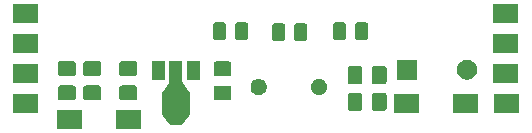
<source format=gbr>
G04 #@! TF.GenerationSoftware,KiCad,Pcbnew,(5.1.5)-3*
G04 #@! TF.CreationDate,2020-03-07T18:51:17-06:00*
G04 #@! TF.ProjectId,LinearRegulator15to5,4c696e65-6172-4526-9567-756c61746f72,rev?*
G04 #@! TF.SameCoordinates,Original*
G04 #@! TF.FileFunction,Soldermask,Top*
G04 #@! TF.FilePolarity,Negative*
%FSLAX46Y46*%
G04 Gerber Fmt 4.6, Leading zero omitted, Abs format (unit mm)*
G04 Created by KiCad (PCBNEW (5.1.5)-3) date 2020-03-07 18:51:17*
%MOMM*%
%LPD*%
G04 APERTURE LIST*
%ADD10C,0.100000*%
G04 APERTURE END LIST*
D10*
G36*
X147910000Y-126658000D02*
G01*
X145808000Y-126658000D01*
X145808000Y-125056000D01*
X147910000Y-125056000D01*
X147910000Y-126658000D01*
G37*
G36*
X142910000Y-126658000D02*
G01*
X140808000Y-126658000D01*
X140808000Y-125056000D01*
X142910000Y-125056000D01*
X142910000Y-126658000D01*
G37*
G36*
X151452400Y-122675778D02*
G01*
X151454802Y-122700164D01*
X151461915Y-122723613D01*
X151474996Y-122747460D01*
X151983422Y-123473783D01*
X151999374Y-123492384D01*
X152018648Y-123507515D01*
X152040504Y-123518595D01*
X152052400Y-123521924D01*
X152052400Y-123532922D01*
X152054802Y-123557308D01*
X152061915Y-123580757D01*
X152074996Y-123604604D01*
X152091282Y-123627869D01*
X152099353Y-123639400D01*
X152112426Y-123658075D01*
X152107953Y-123660466D01*
X152089011Y-123676011D01*
X152073466Y-123694953D01*
X152061915Y-123716564D01*
X152054802Y-123740013D01*
X152052400Y-123764399D01*
X152052400Y-125230601D01*
X152054802Y-125254987D01*
X152061915Y-125278436D01*
X152073466Y-125300047D01*
X152089011Y-125318989D01*
X152107953Y-125334534D01*
X152112850Y-125337151D01*
X152075279Y-125390376D01*
X152063178Y-125411684D01*
X152055467Y-125434943D01*
X152052400Y-125462461D01*
X152052400Y-125473835D01*
X152036643Y-125478615D01*
X152015032Y-125490166D01*
X151996090Y-125505711D01*
X151982358Y-125522014D01*
X151427826Y-126307600D01*
X150374974Y-126307600D01*
X149820442Y-125522014D01*
X149804417Y-125503477D01*
X149785083Y-125488422D01*
X149763184Y-125477428D01*
X149750400Y-125473905D01*
X149750400Y-125462461D01*
X149747998Y-125438075D01*
X149740885Y-125414626D01*
X149727521Y-125390376D01*
X149689950Y-125337151D01*
X149694847Y-125334534D01*
X149713789Y-125318989D01*
X149729334Y-125300047D01*
X149740885Y-125278436D01*
X149747998Y-125254987D01*
X149750400Y-125230601D01*
X149750400Y-123764399D01*
X149747998Y-123740013D01*
X149740885Y-123716564D01*
X149729334Y-123694953D01*
X149713789Y-123676011D01*
X149694847Y-123660466D01*
X149690374Y-123658075D01*
X149727804Y-123604604D01*
X149739821Y-123583249D01*
X149747441Y-123559960D01*
X149750400Y-123532922D01*
X149750400Y-123521956D01*
X149764810Y-123517585D01*
X149786421Y-123506034D01*
X149805363Y-123490489D01*
X149819378Y-123473783D01*
X150327804Y-122747460D01*
X150339821Y-122726105D01*
X150347441Y-122702816D01*
X150350400Y-122675778D01*
X150350400Y-120880100D01*
X151452400Y-120880100D01*
X151452400Y-122675778D01*
G37*
G36*
X176448800Y-125286400D02*
G01*
X174346800Y-125286400D01*
X174346800Y-123684400D01*
X176448800Y-123684400D01*
X176448800Y-125286400D01*
G37*
G36*
X171448800Y-125286400D02*
G01*
X169346800Y-125286400D01*
X169346800Y-123684400D01*
X171448800Y-123684400D01*
X171448800Y-125286400D01*
G37*
G36*
X179907000Y-125261000D02*
G01*
X177805000Y-125261000D01*
X177805000Y-123659000D01*
X179907000Y-123659000D01*
X179907000Y-125261000D01*
G37*
G36*
X139227000Y-125261000D02*
G01*
X137125000Y-125261000D01*
X137125000Y-123659000D01*
X139227000Y-123659000D01*
X139227000Y-125261000D01*
G37*
G36*
X168569874Y-123586465D02*
G01*
X168607567Y-123597899D01*
X168642303Y-123616466D01*
X168672748Y-123641452D01*
X168697734Y-123671897D01*
X168716301Y-123706633D01*
X168727735Y-123744326D01*
X168732200Y-123789661D01*
X168732200Y-124876339D01*
X168727735Y-124921674D01*
X168716301Y-124959367D01*
X168697734Y-124994103D01*
X168672748Y-125024548D01*
X168642303Y-125049534D01*
X168607567Y-125068101D01*
X168569874Y-125079535D01*
X168524539Y-125084000D01*
X167687861Y-125084000D01*
X167642526Y-125079535D01*
X167604833Y-125068101D01*
X167570097Y-125049534D01*
X167539652Y-125024548D01*
X167514666Y-124994103D01*
X167496099Y-124959367D01*
X167484665Y-124921674D01*
X167480200Y-124876339D01*
X167480200Y-123789661D01*
X167484665Y-123744326D01*
X167496099Y-123706633D01*
X167514666Y-123671897D01*
X167539652Y-123641452D01*
X167570097Y-123616466D01*
X167604833Y-123597899D01*
X167642526Y-123586465D01*
X167687861Y-123582000D01*
X168524539Y-123582000D01*
X168569874Y-123586465D01*
G37*
G36*
X166519874Y-123586465D02*
G01*
X166557567Y-123597899D01*
X166592303Y-123616466D01*
X166622748Y-123641452D01*
X166647734Y-123671897D01*
X166666301Y-123706633D01*
X166677735Y-123744326D01*
X166682200Y-123789661D01*
X166682200Y-124876339D01*
X166677735Y-124921674D01*
X166666301Y-124959367D01*
X166647734Y-124994103D01*
X166622748Y-125024548D01*
X166592303Y-125049534D01*
X166557567Y-125068101D01*
X166519874Y-125079535D01*
X166474539Y-125084000D01*
X165637861Y-125084000D01*
X165592526Y-125079535D01*
X165554833Y-125068101D01*
X165520097Y-125049534D01*
X165489652Y-125024548D01*
X165464666Y-124994103D01*
X165446099Y-124959367D01*
X165434665Y-124921674D01*
X165430200Y-124876339D01*
X165430200Y-123789661D01*
X165434665Y-123744326D01*
X165446099Y-123706633D01*
X165464666Y-123671897D01*
X165489652Y-123641452D01*
X165520097Y-123616466D01*
X165554833Y-123597899D01*
X165592526Y-123586465D01*
X165637861Y-123582000D01*
X166474539Y-123582000D01*
X166519874Y-123586465D01*
G37*
G36*
X155427074Y-122967465D02*
G01*
X155464767Y-122978899D01*
X155499503Y-122997466D01*
X155529948Y-123022452D01*
X155554934Y-123052897D01*
X155573501Y-123087633D01*
X155584935Y-123125326D01*
X155589400Y-123170661D01*
X155589400Y-124007339D01*
X155584935Y-124052674D01*
X155573501Y-124090367D01*
X155554934Y-124125103D01*
X155529948Y-124155548D01*
X155499503Y-124180534D01*
X155464767Y-124199101D01*
X155427074Y-124210535D01*
X155381739Y-124215000D01*
X154295061Y-124215000D01*
X154249726Y-124210535D01*
X154212033Y-124199101D01*
X154177297Y-124180534D01*
X154146852Y-124155548D01*
X154121866Y-124125103D01*
X154103299Y-124090367D01*
X154091865Y-124052674D01*
X154087400Y-124007339D01*
X154087400Y-123170661D01*
X154091865Y-123125326D01*
X154103299Y-123087633D01*
X154121866Y-123052897D01*
X154146852Y-123022452D01*
X154177297Y-122997466D01*
X154212033Y-122978899D01*
X154249726Y-122967465D01*
X154295061Y-122963000D01*
X155381739Y-122963000D01*
X155427074Y-122967465D01*
G37*
G36*
X147451474Y-122958465D02*
G01*
X147489167Y-122969899D01*
X147523903Y-122988466D01*
X147554348Y-123013452D01*
X147579334Y-123043897D01*
X147597901Y-123078633D01*
X147609335Y-123116326D01*
X147613800Y-123161661D01*
X147613800Y-123998339D01*
X147609335Y-124043674D01*
X147597901Y-124081367D01*
X147579334Y-124116103D01*
X147554348Y-124146548D01*
X147523903Y-124171534D01*
X147489167Y-124190101D01*
X147451474Y-124201535D01*
X147406139Y-124206000D01*
X146319461Y-124206000D01*
X146274126Y-124201535D01*
X146236433Y-124190101D01*
X146201697Y-124171534D01*
X146171252Y-124146548D01*
X146146266Y-124116103D01*
X146127699Y-124081367D01*
X146116265Y-124043674D01*
X146111800Y-123998339D01*
X146111800Y-123161661D01*
X146116265Y-123116326D01*
X146127699Y-123078633D01*
X146146266Y-123043897D01*
X146171252Y-123013452D01*
X146201697Y-122988466D01*
X146236433Y-122969899D01*
X146274126Y-122958465D01*
X146319461Y-122954000D01*
X147406139Y-122954000D01*
X147451474Y-122958465D01*
G37*
G36*
X142244474Y-122958465D02*
G01*
X142282167Y-122969899D01*
X142316903Y-122988466D01*
X142347348Y-123013452D01*
X142372334Y-123043897D01*
X142390901Y-123078633D01*
X142402335Y-123116326D01*
X142406800Y-123161661D01*
X142406800Y-123998339D01*
X142402335Y-124043674D01*
X142390901Y-124081367D01*
X142372334Y-124116103D01*
X142347348Y-124146548D01*
X142316903Y-124171534D01*
X142282167Y-124190101D01*
X142244474Y-124201535D01*
X142199139Y-124206000D01*
X141112461Y-124206000D01*
X141067126Y-124201535D01*
X141029433Y-124190101D01*
X140994697Y-124171534D01*
X140964252Y-124146548D01*
X140939266Y-124116103D01*
X140920699Y-124081367D01*
X140909265Y-124043674D01*
X140904800Y-123998339D01*
X140904800Y-123161661D01*
X140909265Y-123116326D01*
X140920699Y-123078633D01*
X140939266Y-123043897D01*
X140964252Y-123013452D01*
X140994697Y-122988466D01*
X141029433Y-122969899D01*
X141067126Y-122958465D01*
X141112461Y-122954000D01*
X142199139Y-122954000D01*
X142244474Y-122958465D01*
G37*
G36*
X144403474Y-122958465D02*
G01*
X144441167Y-122969899D01*
X144475903Y-122988466D01*
X144506348Y-123013452D01*
X144531334Y-123043897D01*
X144549901Y-123078633D01*
X144561335Y-123116326D01*
X144565800Y-123161661D01*
X144565800Y-123998339D01*
X144561335Y-124043674D01*
X144549901Y-124081367D01*
X144531334Y-124116103D01*
X144506348Y-124146548D01*
X144475903Y-124171534D01*
X144441167Y-124190101D01*
X144403474Y-124201535D01*
X144358139Y-124206000D01*
X143271461Y-124206000D01*
X143226126Y-124201535D01*
X143188433Y-124190101D01*
X143153697Y-124171534D01*
X143123252Y-124146548D01*
X143098266Y-124116103D01*
X143079699Y-124081367D01*
X143068265Y-124043674D01*
X143063800Y-123998339D01*
X143063800Y-123161661D01*
X143068265Y-123116326D01*
X143079699Y-123078633D01*
X143098266Y-123043897D01*
X143123252Y-123013452D01*
X143153697Y-122988466D01*
X143188433Y-122969899D01*
X143226126Y-122958465D01*
X143271461Y-122954000D01*
X144358139Y-122954000D01*
X144403474Y-122958465D01*
G37*
G36*
X163201898Y-122403362D02*
G01*
X163326741Y-122455074D01*
X163326743Y-122455075D01*
X163439099Y-122530149D01*
X163534651Y-122625701D01*
X163586178Y-122702816D01*
X163609726Y-122738059D01*
X163661438Y-122862902D01*
X163687800Y-122995434D01*
X163687800Y-123130566D01*
X163661438Y-123263098D01*
X163609726Y-123387941D01*
X163609725Y-123387943D01*
X163534651Y-123500299D01*
X163439099Y-123595851D01*
X163326743Y-123670925D01*
X163326742Y-123670926D01*
X163326741Y-123670926D01*
X163201898Y-123722638D01*
X163069366Y-123749000D01*
X162934234Y-123749000D01*
X162801702Y-123722638D01*
X162676859Y-123670926D01*
X162676858Y-123670926D01*
X162676857Y-123670925D01*
X162564501Y-123595851D01*
X162468949Y-123500299D01*
X162393875Y-123387943D01*
X162393874Y-123387941D01*
X162342162Y-123263098D01*
X162315800Y-123130566D01*
X162315800Y-122995434D01*
X162342162Y-122862902D01*
X162393874Y-122738059D01*
X162417423Y-122702816D01*
X162468949Y-122625701D01*
X162564501Y-122530149D01*
X162676857Y-122455075D01*
X162676859Y-122455074D01*
X162801702Y-122403362D01*
X162934234Y-122377000D01*
X163069366Y-122377000D01*
X163201898Y-122403362D01*
G37*
G36*
X158101898Y-122403362D02*
G01*
X158226741Y-122455074D01*
X158226743Y-122455075D01*
X158339099Y-122530149D01*
X158434651Y-122625701D01*
X158486178Y-122702816D01*
X158509726Y-122738059D01*
X158561438Y-122862902D01*
X158587800Y-122995434D01*
X158587800Y-123130566D01*
X158561438Y-123263098D01*
X158509726Y-123387941D01*
X158509725Y-123387943D01*
X158434651Y-123500299D01*
X158339099Y-123595851D01*
X158226743Y-123670925D01*
X158226742Y-123670926D01*
X158226741Y-123670926D01*
X158101898Y-123722638D01*
X157969366Y-123749000D01*
X157834234Y-123749000D01*
X157701702Y-123722638D01*
X157576859Y-123670926D01*
X157576858Y-123670926D01*
X157576857Y-123670925D01*
X157464501Y-123595851D01*
X157368949Y-123500299D01*
X157293875Y-123387943D01*
X157293874Y-123387941D01*
X157242162Y-123263098D01*
X157215800Y-123130566D01*
X157215800Y-122995434D01*
X157242162Y-122862902D01*
X157293874Y-122738059D01*
X157317423Y-122702816D01*
X157368949Y-122625701D01*
X157464501Y-122530149D01*
X157576857Y-122455075D01*
X157576859Y-122455074D01*
X157701702Y-122403362D01*
X157834234Y-122377000D01*
X157969366Y-122377000D01*
X158101898Y-122403362D01*
G37*
G36*
X168569874Y-121325865D02*
G01*
X168607567Y-121337299D01*
X168642303Y-121355866D01*
X168672748Y-121380852D01*
X168697734Y-121411297D01*
X168716301Y-121446033D01*
X168727735Y-121483726D01*
X168732200Y-121529061D01*
X168732200Y-122615739D01*
X168727735Y-122661074D01*
X168716301Y-122698767D01*
X168697734Y-122733503D01*
X168672748Y-122763948D01*
X168642303Y-122788934D01*
X168607567Y-122807501D01*
X168569874Y-122818935D01*
X168524539Y-122823400D01*
X167687861Y-122823400D01*
X167642526Y-122818935D01*
X167604833Y-122807501D01*
X167570097Y-122788934D01*
X167539652Y-122763948D01*
X167514666Y-122733503D01*
X167496099Y-122698767D01*
X167484665Y-122661074D01*
X167480200Y-122615739D01*
X167480200Y-121529061D01*
X167484665Y-121483726D01*
X167496099Y-121446033D01*
X167514666Y-121411297D01*
X167539652Y-121380852D01*
X167570097Y-121355866D01*
X167604833Y-121337299D01*
X167642526Y-121325865D01*
X167687861Y-121321400D01*
X168524539Y-121321400D01*
X168569874Y-121325865D01*
G37*
G36*
X166519874Y-121325865D02*
G01*
X166557567Y-121337299D01*
X166592303Y-121355866D01*
X166622748Y-121380852D01*
X166647734Y-121411297D01*
X166666301Y-121446033D01*
X166677735Y-121483726D01*
X166682200Y-121529061D01*
X166682200Y-122615739D01*
X166677735Y-122661074D01*
X166666301Y-122698767D01*
X166647734Y-122733503D01*
X166622748Y-122763948D01*
X166592303Y-122788934D01*
X166557567Y-122807501D01*
X166519874Y-122818935D01*
X166474539Y-122823400D01*
X165637861Y-122823400D01*
X165592526Y-122818935D01*
X165554833Y-122807501D01*
X165520097Y-122788934D01*
X165489652Y-122763948D01*
X165464666Y-122733503D01*
X165446099Y-122698767D01*
X165434665Y-122661074D01*
X165430200Y-122615739D01*
X165430200Y-121529061D01*
X165434665Y-121483726D01*
X165446099Y-121446033D01*
X165464666Y-121411297D01*
X165489652Y-121380852D01*
X165520097Y-121355866D01*
X165554833Y-121337299D01*
X165592526Y-121325865D01*
X165637861Y-121321400D01*
X166474539Y-121321400D01*
X166519874Y-121325865D01*
G37*
G36*
X139227000Y-122721000D02*
G01*
X137125000Y-122721000D01*
X137125000Y-121119000D01*
X139227000Y-121119000D01*
X139227000Y-122721000D01*
G37*
G36*
X179867000Y-122721000D02*
G01*
X177765000Y-122721000D01*
X177765000Y-121119000D01*
X179867000Y-121119000D01*
X179867000Y-122721000D01*
G37*
G36*
X152952400Y-122485600D02*
G01*
X151850400Y-122485600D01*
X151850400Y-120883600D01*
X152952400Y-120883600D01*
X152952400Y-122485600D01*
G37*
G36*
X149952400Y-122485600D02*
G01*
X148850400Y-122485600D01*
X148850400Y-120883600D01*
X149952400Y-120883600D01*
X149952400Y-122485600D01*
G37*
G36*
X175787628Y-120796903D02*
G01*
X175942500Y-120861053D01*
X176081881Y-120954185D01*
X176200415Y-121072719D01*
X176293547Y-121212100D01*
X176357697Y-121366972D01*
X176390400Y-121531384D01*
X176390400Y-121699016D01*
X176357697Y-121863428D01*
X176293547Y-122018300D01*
X176200415Y-122157681D01*
X176081881Y-122276215D01*
X175942500Y-122369347D01*
X175787628Y-122433497D01*
X175623216Y-122466200D01*
X175455584Y-122466200D01*
X175291172Y-122433497D01*
X175136300Y-122369347D01*
X174996919Y-122276215D01*
X174878385Y-122157681D01*
X174785253Y-122018300D01*
X174721103Y-121863428D01*
X174688400Y-121699016D01*
X174688400Y-121531384D01*
X174721103Y-121366972D01*
X174785253Y-121212100D01*
X174878385Y-121072719D01*
X174996919Y-120954185D01*
X175136300Y-120861053D01*
X175291172Y-120796903D01*
X175455584Y-120764200D01*
X175623216Y-120764200D01*
X175787628Y-120796903D01*
G37*
G36*
X171310400Y-122466200D02*
G01*
X169608400Y-122466200D01*
X169608400Y-120764200D01*
X171310400Y-120764200D01*
X171310400Y-122466200D01*
G37*
G36*
X155427074Y-120917465D02*
G01*
X155464767Y-120928899D01*
X155499503Y-120947466D01*
X155529948Y-120972452D01*
X155554934Y-121002897D01*
X155573501Y-121037633D01*
X155584935Y-121075326D01*
X155589400Y-121120661D01*
X155589400Y-121957339D01*
X155584935Y-122002674D01*
X155573501Y-122040367D01*
X155554934Y-122075103D01*
X155529948Y-122105548D01*
X155499503Y-122130534D01*
X155464767Y-122149101D01*
X155427074Y-122160535D01*
X155381739Y-122165000D01*
X154295061Y-122165000D01*
X154249726Y-122160535D01*
X154212033Y-122149101D01*
X154177297Y-122130534D01*
X154146852Y-122105548D01*
X154121866Y-122075103D01*
X154103299Y-122040367D01*
X154091865Y-122002674D01*
X154087400Y-121957339D01*
X154087400Y-121120661D01*
X154091865Y-121075326D01*
X154103299Y-121037633D01*
X154121866Y-121002897D01*
X154146852Y-120972452D01*
X154177297Y-120947466D01*
X154212033Y-120928899D01*
X154249726Y-120917465D01*
X154295061Y-120913000D01*
X155381739Y-120913000D01*
X155427074Y-120917465D01*
G37*
G36*
X142244474Y-120908465D02*
G01*
X142282167Y-120919899D01*
X142316903Y-120938466D01*
X142347348Y-120963452D01*
X142372334Y-120993897D01*
X142390901Y-121028633D01*
X142402335Y-121066326D01*
X142406800Y-121111661D01*
X142406800Y-121948339D01*
X142402335Y-121993674D01*
X142390901Y-122031367D01*
X142372334Y-122066103D01*
X142347348Y-122096548D01*
X142316903Y-122121534D01*
X142282167Y-122140101D01*
X142244474Y-122151535D01*
X142199139Y-122156000D01*
X141112461Y-122156000D01*
X141067126Y-122151535D01*
X141029433Y-122140101D01*
X140994697Y-122121534D01*
X140964252Y-122096548D01*
X140939266Y-122066103D01*
X140920699Y-122031367D01*
X140909265Y-121993674D01*
X140904800Y-121948339D01*
X140904800Y-121111661D01*
X140909265Y-121066326D01*
X140920699Y-121028633D01*
X140939266Y-120993897D01*
X140964252Y-120963452D01*
X140994697Y-120938466D01*
X141029433Y-120919899D01*
X141067126Y-120908465D01*
X141112461Y-120904000D01*
X142199139Y-120904000D01*
X142244474Y-120908465D01*
G37*
G36*
X144403474Y-120908465D02*
G01*
X144441167Y-120919899D01*
X144475903Y-120938466D01*
X144506348Y-120963452D01*
X144531334Y-120993897D01*
X144549901Y-121028633D01*
X144561335Y-121066326D01*
X144565800Y-121111661D01*
X144565800Y-121948339D01*
X144561335Y-121993674D01*
X144549901Y-122031367D01*
X144531334Y-122066103D01*
X144506348Y-122096548D01*
X144475903Y-122121534D01*
X144441167Y-122140101D01*
X144403474Y-122151535D01*
X144358139Y-122156000D01*
X143271461Y-122156000D01*
X143226126Y-122151535D01*
X143188433Y-122140101D01*
X143153697Y-122121534D01*
X143123252Y-122096548D01*
X143098266Y-122066103D01*
X143079699Y-122031367D01*
X143068265Y-121993674D01*
X143063800Y-121948339D01*
X143063800Y-121111661D01*
X143068265Y-121066326D01*
X143079699Y-121028633D01*
X143098266Y-120993897D01*
X143123252Y-120963452D01*
X143153697Y-120938466D01*
X143188433Y-120919899D01*
X143226126Y-120908465D01*
X143271461Y-120904000D01*
X144358139Y-120904000D01*
X144403474Y-120908465D01*
G37*
G36*
X147451474Y-120908465D02*
G01*
X147489167Y-120919899D01*
X147523903Y-120938466D01*
X147554348Y-120963452D01*
X147579334Y-120993897D01*
X147597901Y-121028633D01*
X147609335Y-121066326D01*
X147613800Y-121111661D01*
X147613800Y-121948339D01*
X147609335Y-121993674D01*
X147597901Y-122031367D01*
X147579334Y-122066103D01*
X147554348Y-122096548D01*
X147523903Y-122121534D01*
X147489167Y-122140101D01*
X147451474Y-122151535D01*
X147406139Y-122156000D01*
X146319461Y-122156000D01*
X146274126Y-122151535D01*
X146236433Y-122140101D01*
X146201697Y-122121534D01*
X146171252Y-122096548D01*
X146146266Y-122066103D01*
X146127699Y-122031367D01*
X146116265Y-121993674D01*
X146111800Y-121948339D01*
X146111800Y-121111661D01*
X146116265Y-121066326D01*
X146127699Y-121028633D01*
X146146266Y-120993897D01*
X146171252Y-120963452D01*
X146201697Y-120938466D01*
X146236433Y-120919899D01*
X146274126Y-120908465D01*
X146319461Y-120904000D01*
X147406139Y-120904000D01*
X147451474Y-120908465D01*
G37*
G36*
X179867000Y-120181000D02*
G01*
X177765000Y-120181000D01*
X177765000Y-118579000D01*
X179867000Y-118579000D01*
X179867000Y-120181000D01*
G37*
G36*
X139227000Y-120181000D02*
G01*
X137125000Y-120181000D01*
X137125000Y-118579000D01*
X139227000Y-118579000D01*
X139227000Y-120181000D01*
G37*
G36*
X161837468Y-117696065D02*
G01*
X161876138Y-117707796D01*
X161911777Y-117726846D01*
X161943017Y-117752483D01*
X161968654Y-117783723D01*
X161987704Y-117819362D01*
X161999435Y-117858032D01*
X162004000Y-117904388D01*
X162004000Y-118980612D01*
X161999435Y-119026968D01*
X161987704Y-119065638D01*
X161968654Y-119101277D01*
X161943017Y-119132517D01*
X161911777Y-119158154D01*
X161876138Y-119177204D01*
X161837468Y-119188935D01*
X161791112Y-119193500D01*
X161139888Y-119193500D01*
X161093532Y-119188935D01*
X161054862Y-119177204D01*
X161019223Y-119158154D01*
X160987983Y-119132517D01*
X160962346Y-119101277D01*
X160943296Y-119065638D01*
X160931565Y-119026968D01*
X160927000Y-118980612D01*
X160927000Y-117904388D01*
X160931565Y-117858032D01*
X160943296Y-117819362D01*
X160962346Y-117783723D01*
X160987983Y-117752483D01*
X161019223Y-117726846D01*
X161054862Y-117707796D01*
X161093532Y-117696065D01*
X161139888Y-117691500D01*
X161791112Y-117691500D01*
X161837468Y-117696065D01*
G37*
G36*
X159962468Y-117696065D02*
G01*
X160001138Y-117707796D01*
X160036777Y-117726846D01*
X160068017Y-117752483D01*
X160093654Y-117783723D01*
X160112704Y-117819362D01*
X160124435Y-117858032D01*
X160129000Y-117904388D01*
X160129000Y-118980612D01*
X160124435Y-119026968D01*
X160112704Y-119065638D01*
X160093654Y-119101277D01*
X160068017Y-119132517D01*
X160036777Y-119158154D01*
X160001138Y-119177204D01*
X159962468Y-119188935D01*
X159916112Y-119193500D01*
X159264888Y-119193500D01*
X159218532Y-119188935D01*
X159179862Y-119177204D01*
X159144223Y-119158154D01*
X159112983Y-119132517D01*
X159087346Y-119101277D01*
X159068296Y-119065638D01*
X159056565Y-119026968D01*
X159052000Y-118980612D01*
X159052000Y-117904388D01*
X159056565Y-117858032D01*
X159068296Y-117819362D01*
X159087346Y-117783723D01*
X159112983Y-117752483D01*
X159144223Y-117726846D01*
X159179862Y-117707796D01*
X159218532Y-117696065D01*
X159264888Y-117691500D01*
X159916112Y-117691500D01*
X159962468Y-117696065D01*
G37*
G36*
X154960968Y-117617565D02*
G01*
X154999638Y-117629296D01*
X155035277Y-117648346D01*
X155066517Y-117673983D01*
X155092154Y-117705223D01*
X155111204Y-117740862D01*
X155122935Y-117779532D01*
X155127500Y-117825888D01*
X155127500Y-118902112D01*
X155122935Y-118948468D01*
X155111204Y-118987138D01*
X155092154Y-119022777D01*
X155066517Y-119054017D01*
X155035277Y-119079654D01*
X154999638Y-119098704D01*
X154960968Y-119110435D01*
X154914612Y-119115000D01*
X154263388Y-119115000D01*
X154217032Y-119110435D01*
X154178362Y-119098704D01*
X154142723Y-119079654D01*
X154111483Y-119054017D01*
X154085846Y-119022777D01*
X154066796Y-118987138D01*
X154055065Y-118948468D01*
X154050500Y-118902112D01*
X154050500Y-117825888D01*
X154055065Y-117779532D01*
X154066796Y-117740862D01*
X154085846Y-117705223D01*
X154111483Y-117673983D01*
X154142723Y-117648346D01*
X154178362Y-117629296D01*
X154217032Y-117617565D01*
X154263388Y-117613000D01*
X154914612Y-117613000D01*
X154960968Y-117617565D01*
G37*
G36*
X166995968Y-117617565D02*
G01*
X167034638Y-117629296D01*
X167070277Y-117648346D01*
X167101517Y-117673983D01*
X167127154Y-117705223D01*
X167146204Y-117740862D01*
X167157935Y-117779532D01*
X167162500Y-117825888D01*
X167162500Y-118902112D01*
X167157935Y-118948468D01*
X167146204Y-118987138D01*
X167127154Y-119022777D01*
X167101517Y-119054017D01*
X167070277Y-119079654D01*
X167034638Y-119098704D01*
X166995968Y-119110435D01*
X166949612Y-119115000D01*
X166298388Y-119115000D01*
X166252032Y-119110435D01*
X166213362Y-119098704D01*
X166177723Y-119079654D01*
X166146483Y-119054017D01*
X166120846Y-119022777D01*
X166101796Y-118987138D01*
X166090065Y-118948468D01*
X166085500Y-118902112D01*
X166085500Y-117825888D01*
X166090065Y-117779532D01*
X166101796Y-117740862D01*
X166120846Y-117705223D01*
X166146483Y-117673983D01*
X166177723Y-117648346D01*
X166213362Y-117629296D01*
X166252032Y-117617565D01*
X166298388Y-117613000D01*
X166949612Y-117613000D01*
X166995968Y-117617565D01*
G37*
G36*
X165120968Y-117617565D02*
G01*
X165159638Y-117629296D01*
X165195277Y-117648346D01*
X165226517Y-117673983D01*
X165252154Y-117705223D01*
X165271204Y-117740862D01*
X165282935Y-117779532D01*
X165287500Y-117825888D01*
X165287500Y-118902112D01*
X165282935Y-118948468D01*
X165271204Y-118987138D01*
X165252154Y-119022777D01*
X165226517Y-119054017D01*
X165195277Y-119079654D01*
X165159638Y-119098704D01*
X165120968Y-119110435D01*
X165074612Y-119115000D01*
X164423388Y-119115000D01*
X164377032Y-119110435D01*
X164338362Y-119098704D01*
X164302723Y-119079654D01*
X164271483Y-119054017D01*
X164245846Y-119022777D01*
X164226796Y-118987138D01*
X164215065Y-118948468D01*
X164210500Y-118902112D01*
X164210500Y-117825888D01*
X164215065Y-117779532D01*
X164226796Y-117740862D01*
X164245846Y-117705223D01*
X164271483Y-117673983D01*
X164302723Y-117648346D01*
X164338362Y-117629296D01*
X164377032Y-117617565D01*
X164423388Y-117613000D01*
X165074612Y-117613000D01*
X165120968Y-117617565D01*
G37*
G36*
X156835968Y-117617565D02*
G01*
X156874638Y-117629296D01*
X156910277Y-117648346D01*
X156941517Y-117673983D01*
X156967154Y-117705223D01*
X156986204Y-117740862D01*
X156997935Y-117779532D01*
X157002500Y-117825888D01*
X157002500Y-118902112D01*
X156997935Y-118948468D01*
X156986204Y-118987138D01*
X156967154Y-119022777D01*
X156941517Y-119054017D01*
X156910277Y-119079654D01*
X156874638Y-119098704D01*
X156835968Y-119110435D01*
X156789612Y-119115000D01*
X156138388Y-119115000D01*
X156092032Y-119110435D01*
X156053362Y-119098704D01*
X156017723Y-119079654D01*
X155986483Y-119054017D01*
X155960846Y-119022777D01*
X155941796Y-118987138D01*
X155930065Y-118948468D01*
X155925500Y-118902112D01*
X155925500Y-117825888D01*
X155930065Y-117779532D01*
X155941796Y-117740862D01*
X155960846Y-117705223D01*
X155986483Y-117673983D01*
X156017723Y-117648346D01*
X156053362Y-117629296D01*
X156092032Y-117617565D01*
X156138388Y-117613000D01*
X156789612Y-117613000D01*
X156835968Y-117617565D01*
G37*
G36*
X179867000Y-117641000D02*
G01*
X177765000Y-117641000D01*
X177765000Y-116039000D01*
X179867000Y-116039000D01*
X179867000Y-117641000D01*
G37*
G36*
X139227000Y-117641000D02*
G01*
X137125000Y-117641000D01*
X137125000Y-116039000D01*
X139227000Y-116039000D01*
X139227000Y-117641000D01*
G37*
M02*

</source>
